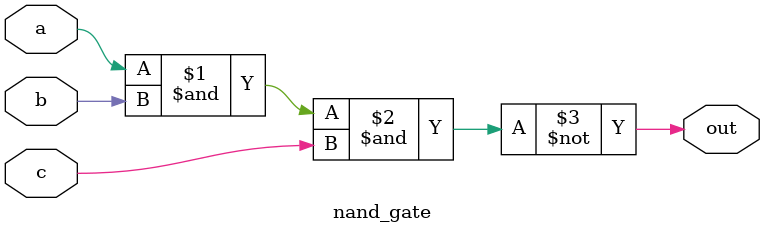
<source format=v>
module nand_gate(a,b,c,out);
    input a,b,c;
    output out;

    assign out = ~(a & b & c);
endmodule
</source>
